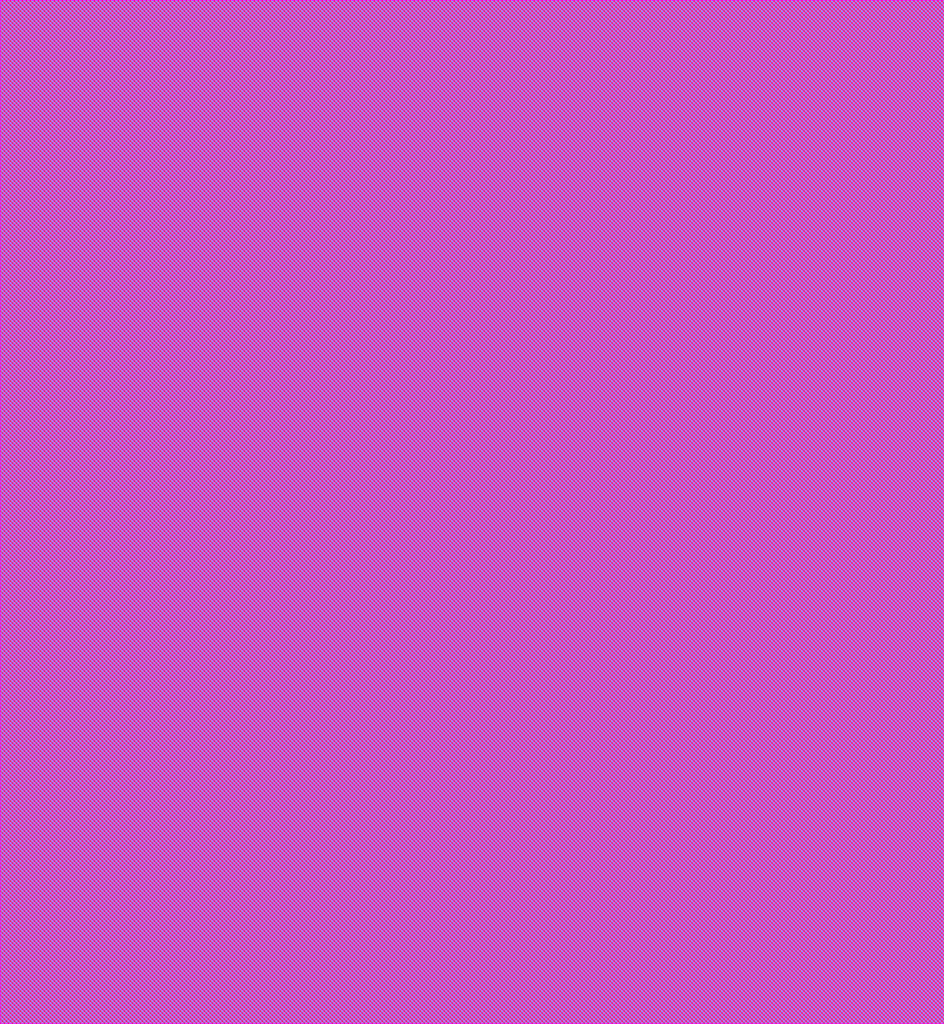
<source format=lef>
###############################################################
#  Generated by:      Cadence Innovus 23.31-s109_1
#  OS:                Linux x86_64(Host ID ei-vm-018.othr.de)
#  Generated on:      Sat Jun 21 02:13:20 2025
#  Design:            fpga_top
#  Command:           savePartition -dir Partitions -def
###############################################################

VERSION 5.8 ;

BUSBITCHARS "[]" ;
DIVIDERCHAR "/" ;

MACRO sb_1__2_
  CLASS BLOCK ;
  FOREIGN sb_1__2_ 0.000000 0.000000 ;
  ORIGIN 0.000000 0.000000 ;
  SIZE 104.640000 BY 113.400000 ;
  SYMMETRY X Y R90 ;
  PIN pReset[0]
    DIRECTION INPUT ;
    USE SIGNAL ;
  END pReset[0]
  PIN prog_clk[0]
    DIRECTION INPUT ;
    USE SIGNAL ;
  END prog_clk[0]
  PIN chanx_right_in[0]
    DIRECTION INPUT ;
    USE SIGNAL ;
  END chanx_right_in[0]
  PIN chanx_right_in[1]
    DIRECTION INPUT ;
    USE SIGNAL ;
  END chanx_right_in[1]
  PIN chanx_right_in[2]
    DIRECTION INPUT ;
    USE SIGNAL ;
  END chanx_right_in[2]
  PIN chanx_right_in[3]
    DIRECTION INPUT ;
    USE SIGNAL ;
  END chanx_right_in[3]
  PIN chanx_right_in[4]
    DIRECTION INPUT ;
    USE SIGNAL ;
  END chanx_right_in[4]
  PIN chanx_right_in[5]
    DIRECTION INPUT ;
    USE SIGNAL ;
  END chanx_right_in[5]
  PIN chanx_right_in[6]
    DIRECTION INPUT ;
    USE SIGNAL ;
  END chanx_right_in[6]
  PIN chanx_right_in[7]
    DIRECTION INPUT ;
    USE SIGNAL ;
  END chanx_right_in[7]
  PIN chanx_right_in[8]
    DIRECTION INPUT ;
    USE SIGNAL ;
  END chanx_right_in[8]
  PIN chanx_right_in[9]
    DIRECTION INPUT ;
    USE SIGNAL ;
  END chanx_right_in[9]
  PIN right_top_grid_bottom_width_0_height_0_subtile_0__pin_inpad_0_[0]
    DIRECTION INPUT ;
    USE SIGNAL ;
  END right_top_grid_bottom_width_0_height_0_subtile_0__pin_inpad_0_[0]
  PIN right_top_grid_bottom_width_0_height_0_subtile_1__pin_inpad_0_[0]
    DIRECTION INPUT ;
    USE SIGNAL ;
  END right_top_grid_bottom_width_0_height_0_subtile_1__pin_inpad_0_[0]
  PIN right_top_grid_bottom_width_0_height_0_subtile_2__pin_inpad_0_[0]
    DIRECTION INPUT ;
    USE SIGNAL ;
  END right_top_grid_bottom_width_0_height_0_subtile_2__pin_inpad_0_[0]
  PIN right_top_grid_bottom_width_0_height_0_subtile_3__pin_inpad_0_[0]
    DIRECTION INPUT ;
    USE SIGNAL ;
  END right_top_grid_bottom_width_0_height_0_subtile_3__pin_inpad_0_[0]
  PIN right_top_grid_bottom_width_0_height_0_subtile_4__pin_inpad_0_[0]
    DIRECTION INPUT ;
    USE SIGNAL ;
  END right_top_grid_bottom_width_0_height_0_subtile_4__pin_inpad_0_[0]
  PIN right_top_grid_bottom_width_0_height_0_subtile_5__pin_inpad_0_[0]
    DIRECTION INPUT ;
    USE SIGNAL ;
  END right_top_grid_bottom_width_0_height_0_subtile_5__pin_inpad_0_[0]
  PIN right_top_grid_bottom_width_0_height_0_subtile_6__pin_inpad_0_[0]
    DIRECTION INPUT ;
    USE SIGNAL ;
  END right_top_grid_bottom_width_0_height_0_subtile_6__pin_inpad_0_[0]
  PIN right_top_grid_bottom_width_0_height_0_subtile_7__pin_inpad_0_[0]
    DIRECTION INPUT ;
    USE SIGNAL ;
  END right_top_grid_bottom_width_0_height_0_subtile_7__pin_inpad_0_[0]
  PIN right_bottom_grid_top_width_0_height_0_subtile_0__pin_O_0_[0]
    DIRECTION INPUT ;
    USE SIGNAL ;
  END right_bottom_grid_top_width_0_height_0_subtile_0__pin_O_0_[0]
  PIN right_bottom_grid_top_width_0_height_0_subtile_0__pin_O_4_[0]
    DIRECTION INPUT ;
    USE SIGNAL ;
  END right_bottom_grid_top_width_0_height_0_subtile_0__pin_O_4_[0]
  PIN right_bottom_grid_top_width_0_height_0_subtile_0__pin_O_8_[0]
    DIRECTION INPUT ;
    USE SIGNAL ;
  END right_bottom_grid_top_width_0_height_0_subtile_0__pin_O_8_[0]
  PIN right_bottom_grid_top_width_0_height_0_subtile_0__pin_O_12_[0]
    DIRECTION INPUT ;
    USE SIGNAL ;
  END right_bottom_grid_top_width_0_height_0_subtile_0__pin_O_12_[0]
  PIN right_bottom_grid_top_width_0_height_0_subtile_0__pin_O_16_[0]
    DIRECTION INPUT ;
    USE SIGNAL ;
  END right_bottom_grid_top_width_0_height_0_subtile_0__pin_O_16_[0]
  PIN chany_bottom_in[0]
    DIRECTION INPUT ;
    USE SIGNAL ;
  END chany_bottom_in[0]
  PIN chany_bottom_in[1]
    DIRECTION INPUT ;
    USE SIGNAL ;
  END chany_bottom_in[1]
  PIN chany_bottom_in[2]
    DIRECTION INPUT ;
    USE SIGNAL ;
  END chany_bottom_in[2]
  PIN chany_bottom_in[3]
    DIRECTION INPUT ;
    USE SIGNAL ;
  END chany_bottom_in[3]
  PIN chany_bottom_in[4]
    DIRECTION INPUT ;
    USE SIGNAL ;
  END chany_bottom_in[4]
  PIN chany_bottom_in[5]
    DIRECTION INPUT ;
    USE SIGNAL ;
  END chany_bottom_in[5]
  PIN chany_bottom_in[6]
    DIRECTION INPUT ;
    USE SIGNAL ;
  END chany_bottom_in[6]
  PIN chany_bottom_in[7]
    DIRECTION INPUT ;
    USE SIGNAL ;
  END chany_bottom_in[7]
  PIN chany_bottom_in[8]
    DIRECTION INPUT ;
    USE SIGNAL ;
  END chany_bottom_in[8]
  PIN chany_bottom_in[9]
    DIRECTION INPUT ;
    USE SIGNAL ;
  END chany_bottom_in[9]
  PIN bottom_right_grid_left_width_0_height_0_subtile_0__pin_O_3_[0]
    DIRECTION INPUT ;
    USE SIGNAL ;
  END bottom_right_grid_left_width_0_height_0_subtile_0__pin_O_3_[0]
  PIN bottom_right_grid_left_width_0_height_0_subtile_0__pin_O_7_[0]
    DIRECTION INPUT ;
    USE SIGNAL ;
  END bottom_right_grid_left_width_0_height_0_subtile_0__pin_O_7_[0]
  PIN bottom_right_grid_left_width_0_height_0_subtile_0__pin_O_11_[0]
    DIRECTION INPUT ;
    USE SIGNAL ;
  END bottom_right_grid_left_width_0_height_0_subtile_0__pin_O_11_[0]
  PIN bottom_right_grid_left_width_0_height_0_subtile_0__pin_O_15_[0]
    DIRECTION INPUT ;
    USE SIGNAL ;
  END bottom_right_grid_left_width_0_height_0_subtile_0__pin_O_15_[0]
  PIN bottom_right_grid_left_width_0_height_0_subtile_0__pin_O_19_[0]
    DIRECTION INPUT ;
    USE SIGNAL ;
  END bottom_right_grid_left_width_0_height_0_subtile_0__pin_O_19_[0]
  PIN bottom_left_grid_right_width_0_height_0_subtile_0__pin_O_1_[0]
    DIRECTION INPUT ;
    USE SIGNAL ;
  END bottom_left_grid_right_width_0_height_0_subtile_0__pin_O_1_[0]
  PIN bottom_left_grid_right_width_0_height_0_subtile_0__pin_O_5_[0]
    DIRECTION INPUT ;
    USE SIGNAL ;
  END bottom_left_grid_right_width_0_height_0_subtile_0__pin_O_5_[0]
  PIN bottom_left_grid_right_width_0_height_0_subtile_0__pin_O_9_[0]
    DIRECTION INPUT ;
    USE SIGNAL ;
  END bottom_left_grid_right_width_0_height_0_subtile_0__pin_O_9_[0]
  PIN bottom_left_grid_right_width_0_height_0_subtile_0__pin_O_13_[0]
    DIRECTION INPUT ;
    USE SIGNAL ;
  END bottom_left_grid_right_width_0_height_0_subtile_0__pin_O_13_[0]
  PIN bottom_left_grid_right_width_0_height_0_subtile_0__pin_O_17_[0]
    DIRECTION INPUT ;
    USE SIGNAL ;
  END bottom_left_grid_right_width_0_height_0_subtile_0__pin_O_17_[0]
  PIN chanx_left_in[0]
    DIRECTION INPUT ;
    USE SIGNAL ;
  END chanx_left_in[0]
  PIN chanx_left_in[1]
    DIRECTION INPUT ;
    USE SIGNAL ;
  END chanx_left_in[1]
  PIN chanx_left_in[2]
    DIRECTION INPUT ;
    USE SIGNAL ;
  END chanx_left_in[2]
  PIN chanx_left_in[3]
    DIRECTION INPUT ;
    USE SIGNAL ;
  END chanx_left_in[3]
  PIN chanx_left_in[4]
    DIRECTION INPUT ;
    USE SIGNAL ;
  END chanx_left_in[4]
  PIN chanx_left_in[5]
    DIRECTION INPUT ;
    USE SIGNAL ;
  END chanx_left_in[5]
  PIN chanx_left_in[6]
    DIRECTION INPUT ;
    USE SIGNAL ;
  END chanx_left_in[6]
  PIN chanx_left_in[7]
    DIRECTION INPUT ;
    USE SIGNAL ;
  END chanx_left_in[7]
  PIN chanx_left_in[8]
    DIRECTION INPUT ;
    USE SIGNAL ;
  END chanx_left_in[8]
  PIN chanx_left_in[9]
    DIRECTION INPUT ;
    USE SIGNAL ;
  END chanx_left_in[9]
  PIN left_top_grid_bottom_width_0_height_0_subtile_0__pin_inpad_0_[0]
    DIRECTION INPUT ;
    USE SIGNAL ;
  END left_top_grid_bottom_width_0_height_0_subtile_0__pin_inpad_0_[0]
  PIN left_top_grid_bottom_width_0_height_0_subtile_1__pin_inpad_0_[0]
    DIRECTION INPUT ;
    USE SIGNAL ;
  END left_top_grid_bottom_width_0_height_0_subtile_1__pin_inpad_0_[0]
  PIN left_top_grid_bottom_width_0_height_0_subtile_2__pin_inpad_0_[0]
    DIRECTION INPUT ;
    USE SIGNAL ;
  END left_top_grid_bottom_width_0_height_0_subtile_2__pin_inpad_0_[0]
  PIN left_top_grid_bottom_width_0_height_0_subtile_3__pin_inpad_0_[0]
    DIRECTION INPUT ;
    USE SIGNAL ;
  END left_top_grid_bottom_width_0_height_0_subtile_3__pin_inpad_0_[0]
  PIN left_top_grid_bottom_width_0_height_0_subtile_4__pin_inpad_0_[0]
    DIRECTION INPUT ;
    USE SIGNAL ;
  END left_top_grid_bottom_width_0_height_0_subtile_4__pin_inpad_0_[0]
  PIN left_top_grid_bottom_width_0_height_0_subtile_5__pin_inpad_0_[0]
    DIRECTION INPUT ;
    USE SIGNAL ;
  END left_top_grid_bottom_width_0_height_0_subtile_5__pin_inpad_0_[0]
  PIN left_top_grid_bottom_width_0_height_0_subtile_6__pin_inpad_0_[0]
    DIRECTION INPUT ;
    USE SIGNAL ;
  END left_top_grid_bottom_width_0_height_0_subtile_6__pin_inpad_0_[0]
  PIN left_top_grid_bottom_width_0_height_0_subtile_7__pin_inpad_0_[0]
    DIRECTION INPUT ;
    USE SIGNAL ;
  END left_top_grid_bottom_width_0_height_0_subtile_7__pin_inpad_0_[0]
  PIN left_bottom_grid_top_width_0_height_0_subtile_0__pin_O_0_[0]
    DIRECTION INPUT ;
    USE SIGNAL ;
  END left_bottom_grid_top_width_0_height_0_subtile_0__pin_O_0_[0]
  PIN left_bottom_grid_top_width_0_height_0_subtile_0__pin_O_4_[0]
    DIRECTION INPUT ;
    USE SIGNAL ;
  END left_bottom_grid_top_width_0_height_0_subtile_0__pin_O_4_[0]
  PIN left_bottom_grid_top_width_0_height_0_subtile_0__pin_O_8_[0]
    DIRECTION INPUT ;
    USE SIGNAL ;
  END left_bottom_grid_top_width_0_height_0_subtile_0__pin_O_8_[0]
  PIN left_bottom_grid_top_width_0_height_0_subtile_0__pin_O_12_[0]
    DIRECTION INPUT ;
    USE SIGNAL ;
  END left_bottom_grid_top_width_0_height_0_subtile_0__pin_O_12_[0]
  PIN left_bottom_grid_top_width_0_height_0_subtile_0__pin_O_16_[0]
    DIRECTION INPUT ;
    USE SIGNAL ;
  END left_bottom_grid_top_width_0_height_0_subtile_0__pin_O_16_[0]
  PIN ccff_head[0]
    DIRECTION INPUT ;
    USE SIGNAL ;
  END ccff_head[0]
  PIN chanx_right_out[0]
    DIRECTION OUTPUT ;
    USE SIGNAL ;
  END chanx_right_out[0]
  PIN chanx_right_out[1]
    DIRECTION OUTPUT ;
    USE SIGNAL ;
  END chanx_right_out[1]
  PIN chanx_right_out[2]
    DIRECTION OUTPUT ;
    USE SIGNAL ;
  END chanx_right_out[2]
  PIN chanx_right_out[3]
    DIRECTION OUTPUT ;
    USE SIGNAL ;
  END chanx_right_out[3]
  PIN chanx_right_out[4]
    DIRECTION OUTPUT ;
    USE SIGNAL ;
  END chanx_right_out[4]
  PIN chanx_right_out[5]
    DIRECTION OUTPUT ;
    USE SIGNAL ;
  END chanx_right_out[5]
  PIN chanx_right_out[6]
    DIRECTION OUTPUT ;
    USE SIGNAL ;
  END chanx_right_out[6]
  PIN chanx_right_out[7]
    DIRECTION OUTPUT ;
    USE SIGNAL ;
  END chanx_right_out[7]
  PIN chanx_right_out[8]
    DIRECTION OUTPUT ;
    USE SIGNAL ;
  END chanx_right_out[8]
  PIN chanx_right_out[9]
    DIRECTION OUTPUT ;
    USE SIGNAL ;
  END chanx_right_out[9]
  PIN chany_bottom_out[0]
    DIRECTION OUTPUT ;
    USE SIGNAL ;
  END chany_bottom_out[0]
  PIN chany_bottom_out[1]
    DIRECTION OUTPUT ;
    USE SIGNAL ;
  END chany_bottom_out[1]
  PIN chany_bottom_out[2]
    DIRECTION OUTPUT ;
    USE SIGNAL ;
  END chany_bottom_out[2]
  PIN chany_bottom_out[3]
    DIRECTION OUTPUT ;
    USE SIGNAL ;
  END chany_bottom_out[3]
  PIN chany_bottom_out[4]
    DIRECTION OUTPUT ;
    USE SIGNAL ;
  END chany_bottom_out[4]
  PIN chany_bottom_out[5]
    DIRECTION OUTPUT ;
    USE SIGNAL ;
  END chany_bottom_out[5]
  PIN chany_bottom_out[6]
    DIRECTION OUTPUT ;
    USE SIGNAL ;
  END chany_bottom_out[6]
  PIN chany_bottom_out[7]
    DIRECTION OUTPUT ;
    USE SIGNAL ;
  END chany_bottom_out[7]
  PIN chany_bottom_out[8]
    DIRECTION OUTPUT ;
    USE SIGNAL ;
  END chany_bottom_out[8]
  PIN chany_bottom_out[9]
    DIRECTION OUTPUT ;
    USE SIGNAL ;
  END chany_bottom_out[9]
  PIN chanx_left_out[0]
    DIRECTION OUTPUT ;
    USE SIGNAL ;
  END chanx_left_out[0]
  PIN chanx_left_out[1]
    DIRECTION OUTPUT ;
    USE SIGNAL ;
  END chanx_left_out[1]
  PIN chanx_left_out[2]
    DIRECTION OUTPUT ;
    USE SIGNAL ;
  END chanx_left_out[2]
  PIN chanx_left_out[3]
    DIRECTION OUTPUT ;
    USE SIGNAL ;
  END chanx_left_out[3]
  PIN chanx_left_out[4]
    DIRECTION OUTPUT ;
    USE SIGNAL ;
  END chanx_left_out[4]
  PIN chanx_left_out[5]
    DIRECTION OUTPUT ;
    USE SIGNAL ;
  END chanx_left_out[5]
  PIN chanx_left_out[6]
    DIRECTION OUTPUT ;
    USE SIGNAL ;
  END chanx_left_out[6]
  PIN chanx_left_out[7]
    DIRECTION OUTPUT ;
    USE SIGNAL ;
  END chanx_left_out[7]
  PIN chanx_left_out[8]
    DIRECTION OUTPUT ;
    USE SIGNAL ;
  END chanx_left_out[8]
  PIN chanx_left_out[9]
    DIRECTION OUTPUT ;
    USE SIGNAL ;
  END chanx_left_out[9]
  PIN ccff_tail[0]
    DIRECTION OUTPUT ;
    USE SIGNAL ;
  END ccff_tail[0]
  OBS
    LAYER TopMetal2 ;
      RECT 0.000000 0.000000 104.640000 113.400000 ;
    LAYER TopMetal1 ;
      RECT 0.000000 0.000000 104.640000 113.400000 ;
    LAYER Metal5 ;
      RECT 0.000000 0.000000 104.640000 113.400000 ;
    LAYER Metal4 ;
      RECT 0.000000 0.000000 104.640000 113.400000 ;
    LAYER Metal3 ;
      RECT 0.000000 0.000000 104.640000 113.400000 ;
    LAYER Metal2 ;
      RECT 0.000000 0.000000 104.640000 113.400000 ;
    LAYER Metal1 ;
      RECT 0.000000 0.000000 104.640000 113.400000 ;
  END
END sb_1__2_

END LIBRARY

</source>
